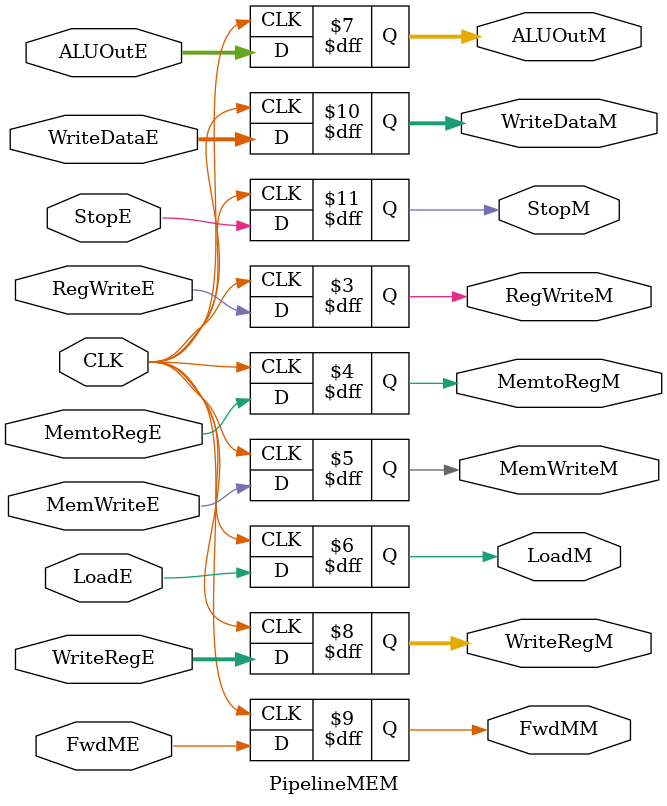
<source format=v>
module PipelineMEM (
    input CLK,
    input wire RegWriteE,
    input wire MemtoRegE,
    input wire MemWriteE,
    input wire LoadE,
    input wire[31:0] ALUOutE,
    input wire[4:0] WriteRegE,
	input wire FwdME,
    input wire[31:0] WriteDataE,
    input wire StopE,
    output reg RegWriteM,
    output reg MemtoRegM,
    output reg MemWriteM,
    output reg LoadM,
    output reg[31:0] ALUOutM,
    output reg[4:0] WriteRegM,
	output reg FwdMM,
    output reg[31:0] WriteDataM,
    output reg StopM
);

initial begin
    StopM = 0;
end

always @(posedge CLK) begin
    RegWriteM  <= RegWriteE;
    MemtoRegM  <= MemtoRegE;
    MemWriteM  <= MemWriteE;
    LoadM      <= LoadE;
    ALUOutM    <=  ALUOutE;
    WriteRegM  <= WriteRegE;
	FwdMM      <= FwdME;
    WriteDataM <= WriteDataE;
    StopM      <= StopE;
end

endmodule

</source>
